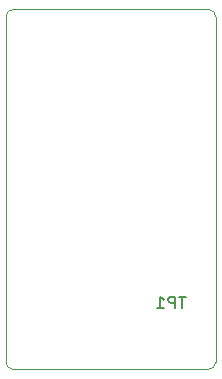
<source format=gbr>
%TF.GenerationSoftware,KiCad,Pcbnew,5.1.6+dfsg1-1~bpo10+1*%
%TF.CreationDate,2020-07-13T20:25:26+00:00*%
%TF.ProjectId,ProMicro_LOG,50726f4d-6963-4726-9f5f-4c4f472e6b69,v1.0*%
%TF.SameCoordinates,Original*%
%TF.FileFunction,Other,Fab,Bot*%
%FSLAX45Y45*%
G04 Gerber Fmt 4.5, Leading zero omitted, Abs format (unit mm)*
G04 Created by KiCad (PCBNEW 5.1.6+dfsg1-1~bpo10+1) date 2020-07-13 20:25:26*
%MOMM*%
%LPD*%
G01*
G04 APERTURE LIST*
%TA.AperFunction,Profile*%
%ADD10C,0.100000*%
%TD*%
%ADD11C,0.150000*%
G04 APERTURE END LIST*
D10*
X-1587500Y2921000D02*
G75*
G03*
X-1651000Y2857500I0J-63500D01*
G01*
X127000Y2857500D02*
G75*
G03*
X63500Y2921000I-63500J0D01*
G01*
X63500Y-127000D02*
G75*
G03*
X127000Y-63500I0J63500D01*
G01*
X-1651000Y-63500D02*
G75*
G03*
X-1587500Y-127000I63500J0D01*
G01*
X-1651000Y2857500D02*
X-1651000Y-63500D01*
X63500Y2921000D02*
X-1587500Y2921000D01*
X127000Y-63500D02*
X127000Y2857500D01*
X-1587500Y-127000D02*
X63500Y-127000D01*
D11*
X-127810Y489762D02*
X-184952Y489762D01*
X-156381Y389762D02*
X-156381Y489762D01*
X-218286Y389762D02*
X-218286Y489762D01*
X-256381Y489762D01*
X-265905Y485000D01*
X-270667Y480238D01*
X-275429Y470714D01*
X-275429Y456429D01*
X-270667Y446905D01*
X-265905Y442143D01*
X-256381Y437381D01*
X-218286Y437381D01*
X-370667Y389762D02*
X-313524Y389762D01*
X-342095Y389762D02*
X-342095Y489762D01*
X-332572Y475476D01*
X-323048Y465952D01*
X-313524Y461190D01*
M02*

</source>
